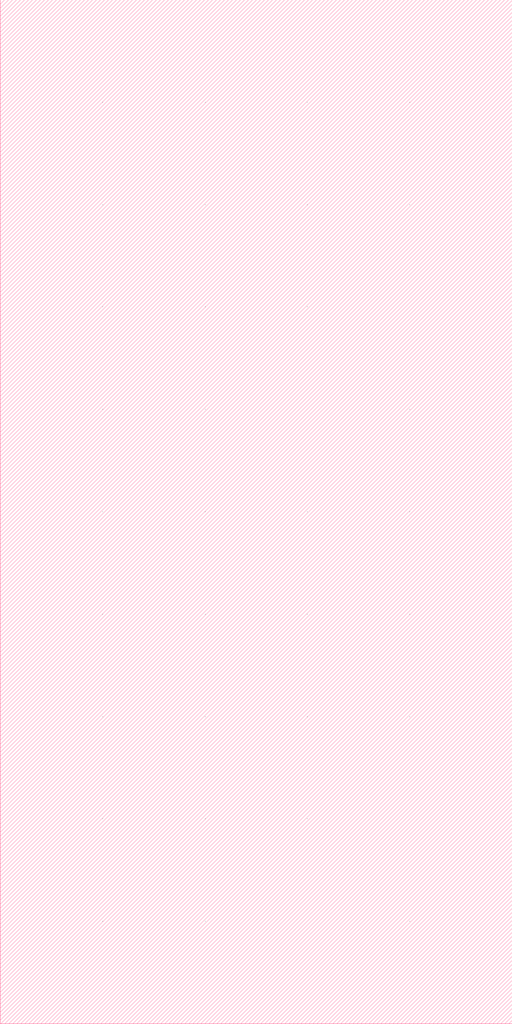
<source format=lef>
# Copyright 2020 The SkyWater PDK Authors
#
# Licensed under the Apache License, Version 2.0 (the "License");
# you may not use this file except in compliance with the License.
# You may obtain a copy of the License at
#
#     https://www.apache.org/licenses/LICENSE-2.0
#
# Unless required by applicable law or agreed to in writing, software
# distributed under the License is distributed on an "AS IS" BASIS,
# WITHOUT WARRANTIES OR CONDITIONS OF ANY KIND, either express or implied.
# See the License for the specific language governing permissions and
# limitations under the License.
#
# SPDX-License-Identifier: Apache-2.0

VERSION 5.7 ;
  NOWIREEXTENSIONATPIN ON ;
  DIVIDERCHAR "/" ;
  BUSBITCHARS "[]" ;
MACRO sky130_fd_bd_sram__sram_dp_licon_1
  CLASS BLOCK ;
  FOREIGN sky130_fd_bd_sram__sram_dp_licon_1 ;
  ORIGIN  0.000000  0.005000 ;
  SIZE  0.005000 BY  0.010000 ;
END sky130_fd_bd_sram__sram_dp_licon_1
END LIBRARY

</source>
